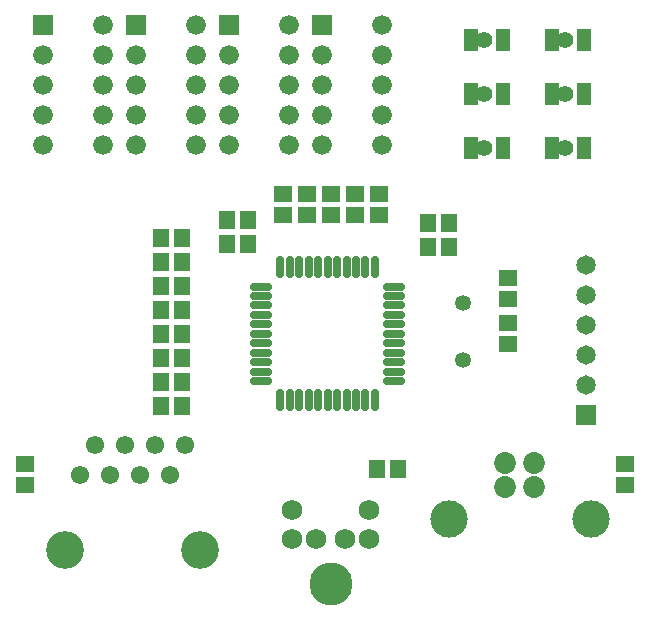
<source format=gts>
%FSAX24Y24*%
%MOIN*%
G70*
G01*
G75*
G04 Layer_Color=8388736*
%ADD10R,0.0472X0.0551*%
%ADD11R,0.0551X0.0472*%
%ADD12O,0.0217X0.0689*%
%ADD13O,0.0689X0.0217*%
%ADD14R,0.0433X0.0669*%
%ADD15C,0.0150*%
%ADD16C,0.0100*%
%ADD17C,0.0200*%
%ADD18C,0.0472*%
%ADD19C,0.1181*%
%ADD20C,0.0669*%
%ADD21C,0.1378*%
%ADD22C,0.0630*%
%ADD23R,0.0600X0.0600*%
%ADD24C,0.0600*%
%ADD25R,0.0591X0.0591*%
%ADD26C,0.0591*%
%ADD27C,0.0394*%
%ADD28C,0.0551*%
%ADD29C,0.0500*%
%ADD30R,0.0236X0.0453*%
%ADD31C,0.0118*%
%ADD32C,0.0079*%
%ADD33C,0.0236*%
%ADD34C,0.0098*%
%ADD35C,0.0050*%
%ADD36R,0.0532X0.0611*%
%ADD37R,0.0611X0.0532*%
%ADD38O,0.0277X0.0749*%
%ADD39O,0.0749X0.0277*%
%ADD40R,0.0493X0.0729*%
%ADD41C,0.0532*%
%ADD42C,0.1241*%
%ADD43C,0.0729*%
%ADD44C,0.1438*%
%ADD45C,0.0690*%
%ADD46R,0.0660X0.0660*%
%ADD47C,0.0660*%
%ADD48R,0.0651X0.0651*%
%ADD49C,0.0651*%
%ADD50C,0.1260*%
%ADD51C,0.0611*%
%ADD52C,0.0560*%
D36*
X036146Y034700D02*
D03*
X036854D02*
D03*
X036146Y035500D02*
D03*
X036854D02*
D03*
X043554Y035400D02*
D03*
X042846D02*
D03*
X043554Y034600D02*
D03*
X042846D02*
D03*
X041854Y027200D02*
D03*
X041146D02*
D03*
X034654Y029300D02*
D03*
X033946D02*
D03*
X034654Y030100D02*
D03*
X033946D02*
D03*
X034654Y030900D02*
D03*
X033946D02*
D03*
X034654Y032500D02*
D03*
X033946D02*
D03*
X034654Y033300D02*
D03*
X033946D02*
D03*
X034654Y034100D02*
D03*
X033946D02*
D03*
X034654Y031700D02*
D03*
X033946D02*
D03*
X034654Y034900D02*
D03*
X033946D02*
D03*
D37*
X029400Y026646D02*
D03*
Y027354D02*
D03*
X049400Y026646D02*
D03*
Y027354D02*
D03*
X045500Y033554D02*
D03*
Y032846D02*
D03*
Y031346D02*
D03*
Y032054D02*
D03*
X041200Y036354D02*
D03*
Y035646D02*
D03*
X038000Y035646D02*
D03*
Y036354D02*
D03*
X038800Y035646D02*
D03*
Y036354D02*
D03*
X039600Y035646D02*
D03*
Y036354D02*
D03*
X040400Y035646D02*
D03*
Y036354D02*
D03*
D38*
X037925Y033924D02*
D03*
X038240D02*
D03*
X038555D02*
D03*
X038870D02*
D03*
X039185D02*
D03*
X039500D02*
D03*
X039815D02*
D03*
X040130D02*
D03*
X040445D02*
D03*
X040760D02*
D03*
X041075D02*
D03*
Y029476D02*
D03*
X040760D02*
D03*
X040445D02*
D03*
X040130D02*
D03*
X039815D02*
D03*
X039500D02*
D03*
X039185D02*
D03*
X038870D02*
D03*
X038555D02*
D03*
X038240D02*
D03*
X037925D02*
D03*
D39*
X041724Y033275D02*
D03*
Y032960D02*
D03*
Y032645D02*
D03*
Y032330D02*
D03*
Y032015D02*
D03*
Y031700D02*
D03*
Y031385D02*
D03*
Y031070D02*
D03*
Y030755D02*
D03*
Y030440D02*
D03*
Y030125D02*
D03*
X037276D02*
D03*
Y030440D02*
D03*
Y030755D02*
D03*
Y031070D02*
D03*
Y031385D02*
D03*
Y031700D02*
D03*
Y032015D02*
D03*
Y032330D02*
D03*
Y032645D02*
D03*
Y032960D02*
D03*
Y033275D02*
D03*
D40*
X048032Y037900D02*
D03*
X046968D02*
D03*
X045332D02*
D03*
X044268D02*
D03*
X048032Y039700D02*
D03*
X046968D02*
D03*
X045332D02*
D03*
X044268D02*
D03*
X048032Y041500D02*
D03*
X046968D02*
D03*
X045332D02*
D03*
X044268D02*
D03*
D41*
X044000Y030816D02*
D03*
Y032737D02*
D03*
D42*
X048270Y025539D02*
D03*
X043530D02*
D03*
D43*
X046392Y027394D02*
D03*
X045408D02*
D03*
Y026606D02*
D03*
X046392D02*
D03*
D44*
X039600Y023370D02*
D03*
D45*
X038320Y024846D02*
D03*
X040092D02*
D03*
X040880Y025831D02*
D03*
Y024846D02*
D03*
X039108D02*
D03*
X038320Y025831D02*
D03*
D46*
X039300Y042000D02*
D03*
X036200D02*
D03*
X033100D02*
D03*
X030000D02*
D03*
D47*
X039300Y041000D02*
D03*
Y040000D02*
D03*
Y039000D02*
D03*
Y038000D02*
D03*
X041300Y042000D02*
D03*
Y041000D02*
D03*
Y040000D02*
D03*
Y039000D02*
D03*
Y038000D02*
D03*
X036200Y041000D02*
D03*
Y040000D02*
D03*
Y039000D02*
D03*
Y038000D02*
D03*
X038200Y042000D02*
D03*
Y041000D02*
D03*
Y040000D02*
D03*
Y039000D02*
D03*
Y038000D02*
D03*
X033100Y041000D02*
D03*
Y040000D02*
D03*
Y039000D02*
D03*
Y038000D02*
D03*
X035100Y042000D02*
D03*
Y041000D02*
D03*
Y040000D02*
D03*
Y039000D02*
D03*
Y038000D02*
D03*
X030000Y041000D02*
D03*
Y040000D02*
D03*
Y039000D02*
D03*
Y038000D02*
D03*
X032000Y042000D02*
D03*
Y041000D02*
D03*
Y040000D02*
D03*
Y039000D02*
D03*
Y038000D02*
D03*
D48*
X048100Y029000D02*
D03*
D49*
Y030000D02*
D03*
Y031000D02*
D03*
Y032000D02*
D03*
Y033000D02*
D03*
Y034000D02*
D03*
D50*
X035250Y024500D02*
D03*
X030750D02*
D03*
D51*
X034248Y027000D02*
D03*
X033250D02*
D03*
X032250D02*
D03*
X031250D02*
D03*
X034750Y028000D02*
D03*
X033750D02*
D03*
X032750D02*
D03*
X031750D02*
D03*
D52*
X044700Y039700D02*
D03*
X047400Y037900D02*
D03*
X044700D02*
D03*
X047400Y039700D02*
D03*
Y041500D02*
D03*
X044700D02*
D03*
M02*

</source>
